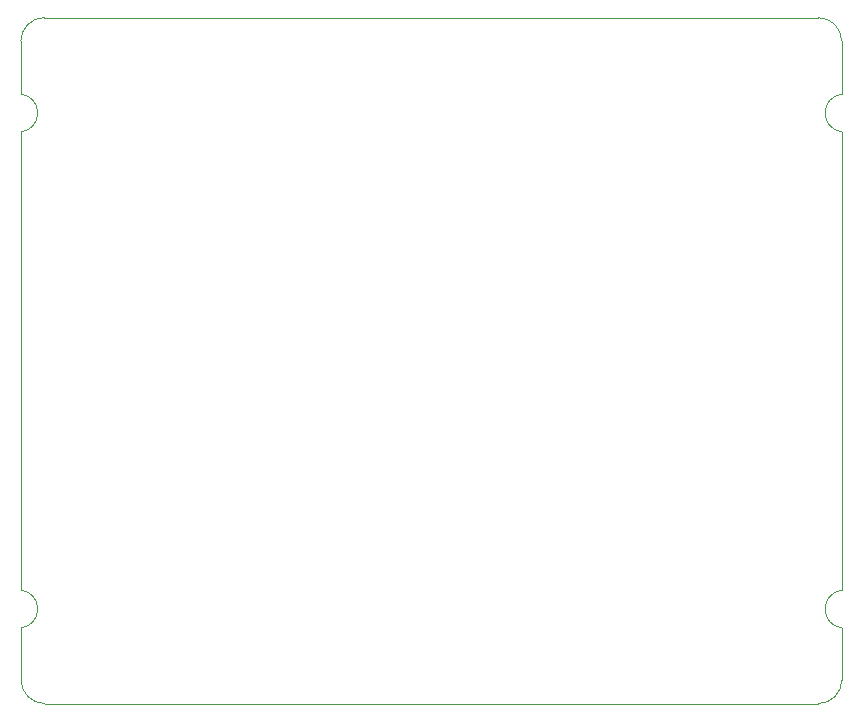
<source format=gbr>
%TF.GenerationSoftware,KiCad,Pcbnew,(6.0.9)*%
%TF.CreationDate,2023-11-10T22:24:19+05:30*%
%TF.ProjectId,RJ45-To-Terminal,524a3435-2d54-46f2-9d54-65726d696e61,2*%
%TF.SameCoordinates,Original*%
%TF.FileFunction,Profile,NP*%
%FSLAX46Y46*%
G04 Gerber Fmt 4.6, Leading zero omitted, Abs format (unit mm)*
G04 Created by KiCad (PCBNEW (6.0.9)) date 2023-11-10 22:24:19*
%MOMM*%
%LPD*%
G01*
G04 APERTURE LIST*
%TA.AperFunction,Profile*%
%ADD10C,0.050000*%
%TD*%
G04 APERTURE END LIST*
D10*
X114896000Y-71682000D02*
X114896000Y-110482000D01*
X114880186Y-63999814D02*
X114896000Y-68482000D01*
X116880186Y-61999814D02*
G75*
G03*
X114880186Y-63999814I-1J-1999999D01*
G01*
X116880186Y-61999814D02*
X182380186Y-61999814D01*
X184380186Y-63999814D02*
G75*
G03*
X182380186Y-61999814I-1999999J1D01*
G01*
X184396000Y-71682000D02*
X184396000Y-110482000D01*
X184396000Y-113682000D02*
X184396000Y-118082000D01*
X182396000Y-120082000D02*
X116896000Y-120082000D01*
X182396000Y-120082000D02*
G75*
G03*
X184396000Y-118082000I0J2000000D01*
G01*
X184396000Y-68482000D02*
G75*
G03*
X184396000Y-71682000I200700J-1600000D01*
G01*
X114896000Y-118082000D02*
X114896000Y-113682000D01*
X114896000Y-113682000D02*
G75*
G03*
X114896000Y-110482000I-200700J1600000D01*
G01*
X184396000Y-110482000D02*
G75*
G03*
X184396000Y-113682000I200700J-1600000D01*
G01*
X184396000Y-68482000D02*
X184380186Y-63999814D01*
X114896000Y-71682000D02*
G75*
G03*
X114896000Y-68482000I-200700J1600000D01*
G01*
X114896000Y-118082000D02*
G75*
G03*
X116896000Y-120082000I2000000J0D01*
G01*
M02*

</source>
